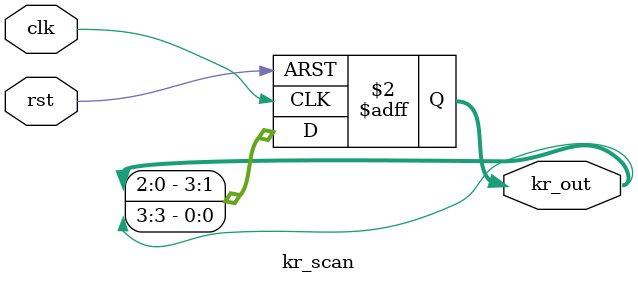
<source format=v>
module kr_scan(clk, rst, kr_out);

	input clk, rst;
	output reg [3:0] kr_out;
	
	always @(posedge clk or posedge rst) begin
		if(rst)
			kr_out = 4'b1110;
		else
			kr_out = {kr_out[2:0], kr_out[3]};
	end

endmodule 
</source>
